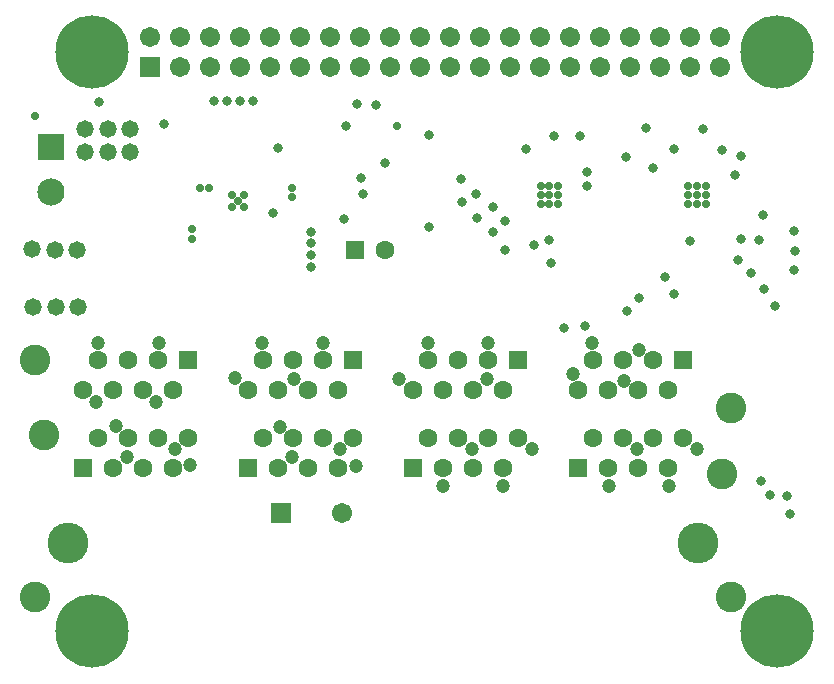
<source format=gbs>
G04*
G04 #@! TF.GenerationSoftware,Altium Limited,Altium Designer,19.1.8 (144)*
G04*
G04 Layer_Color=16711935*
%FSLAX25Y25*%
%MOIN*%
G70*
G01*
G75*
%ADD42C,0.04737*%
%ADD43C,0.06706*%
%ADD62R,0.09068X0.09068*%
%ADD63C,0.09068*%
%ADD65C,0.06312*%
%ADD66R,0.06312X0.06312*%
%ADD67C,0.10249*%
%ADD68C,0.13595*%
%ADD69R,0.06706X0.06706*%
%ADD70C,0.03162*%
%ADD71C,0.02769*%
%ADD72C,0.05800*%
%ADD110R,0.06706X0.06706*%
%ADD111C,0.24422*%
D42*
X211811Y107480D02*
D03*
X196063Y109843D02*
D03*
X206693Y97244D02*
D03*
X189764Y99606D02*
D03*
X161417Y109843D02*
D03*
X141339D02*
D03*
X161024Y97638D02*
D03*
X131890D02*
D03*
X106299Y109843D02*
D03*
X86221D02*
D03*
X96850Y97638D02*
D03*
X77165Y98032D02*
D03*
X37402Y82284D02*
D03*
X57087Y74410D02*
D03*
X92126Y81890D02*
D03*
X112205Y74410D02*
D03*
X155905D02*
D03*
X175984D02*
D03*
X211024D02*
D03*
X231102D02*
D03*
X201575Y62205D02*
D03*
X221654D02*
D03*
X166535D02*
D03*
X146457D02*
D03*
X117323Y68898D02*
D03*
X96063Y71653D02*
D03*
X40945D02*
D03*
X62205Y69291D02*
D03*
X31496Y109843D02*
D03*
X30709Y90158D02*
D03*
X50787D02*
D03*
X51575Y109843D02*
D03*
D43*
X112598Y53150D02*
D03*
X48701Y211693D02*
D03*
X58701Y201693D02*
D03*
Y211693D02*
D03*
X68701Y201693D02*
D03*
Y211693D02*
D03*
X78701Y201693D02*
D03*
Y211693D02*
D03*
X88701Y201693D02*
D03*
Y211693D02*
D03*
X98701Y201693D02*
D03*
Y211693D02*
D03*
X108701Y201693D02*
D03*
Y211693D02*
D03*
X118701Y201693D02*
D03*
Y211693D02*
D03*
X128701Y201693D02*
D03*
Y211693D02*
D03*
X138701Y201693D02*
D03*
Y211693D02*
D03*
X148701Y201693D02*
D03*
Y211693D02*
D03*
X158701Y201693D02*
D03*
Y211693D02*
D03*
X168701Y201693D02*
D03*
Y211693D02*
D03*
X178701Y201693D02*
D03*
Y211693D02*
D03*
X188701Y201693D02*
D03*
Y211693D02*
D03*
X198701Y201693D02*
D03*
Y211693D02*
D03*
X238701D02*
D03*
Y201693D02*
D03*
X228701Y211693D02*
D03*
Y201693D02*
D03*
X218701Y211693D02*
D03*
Y201693D02*
D03*
X208701Y211693D02*
D03*
Y201693D02*
D03*
D62*
X15748Y175236D02*
D03*
D63*
Y160236D02*
D03*
D65*
X206496Y78110D02*
D03*
X211496Y68110D02*
D03*
X216496Y78110D02*
D03*
X221496Y68110D02*
D03*
X226496Y78110D02*
D03*
X201496Y68110D02*
D03*
X196496Y78110D02*
D03*
X141496D02*
D03*
X146496Y68110D02*
D03*
X171496Y78110D02*
D03*
X166496Y68110D02*
D03*
X161496Y78110D02*
D03*
X156496Y68110D02*
D03*
X151496Y78110D02*
D03*
X31496D02*
D03*
X36496Y68110D02*
D03*
X61496Y78110D02*
D03*
X56496Y68110D02*
D03*
X51496Y78110D02*
D03*
X46496Y68110D02*
D03*
X41496Y78110D02*
D03*
X46496Y94095D02*
D03*
X41496Y104095D02*
D03*
X36496Y94095D02*
D03*
X31496Y104095D02*
D03*
X26496Y94095D02*
D03*
X51496Y104095D02*
D03*
X56496Y94095D02*
D03*
X156496D02*
D03*
X151496Y104095D02*
D03*
X146496Y94095D02*
D03*
X141496Y104095D02*
D03*
X136496Y94095D02*
D03*
X161496Y104095D02*
D03*
X166496Y94095D02*
D03*
X111496D02*
D03*
X106496Y104095D02*
D03*
X81496Y94095D02*
D03*
X86496Y104095D02*
D03*
X91496Y94095D02*
D03*
X96496Y104095D02*
D03*
X101496Y94095D02*
D03*
X221496D02*
D03*
X216496Y104095D02*
D03*
X191496Y94095D02*
D03*
X196496Y104095D02*
D03*
X201496Y94095D02*
D03*
X206496Y104095D02*
D03*
X211496Y94095D02*
D03*
X96496Y78110D02*
D03*
X101496Y68110D02*
D03*
X106496Y78110D02*
D03*
X111496Y68110D02*
D03*
X116496Y78110D02*
D03*
X91496Y68110D02*
D03*
X86496Y78110D02*
D03*
X127047Y140945D02*
D03*
D66*
X191496Y68110D02*
D03*
X136496D02*
D03*
X26496D02*
D03*
X61496Y104095D02*
D03*
X171496D02*
D03*
X116496D02*
D03*
X226496D02*
D03*
X81496Y68110D02*
D03*
X117047Y140945D02*
D03*
D67*
X242520Y88110D02*
D03*
X10472Y104134D02*
D03*
X239528Y66142D02*
D03*
X13465Y79134D02*
D03*
X10472Y25118D02*
D03*
X242520D02*
D03*
D68*
X21496Y43110D02*
D03*
X231496D02*
D03*
D69*
X48701Y201693D02*
D03*
D70*
X89764Y153150D02*
D03*
X193701Y115354D02*
D03*
X176772Y142520D02*
D03*
X207480Y171653D02*
D03*
X214173Y181496D02*
D03*
X192126Y178740D02*
D03*
X245669Y172047D02*
D03*
X216535Y168110D02*
D03*
X233071Y181102D02*
D03*
X223228Y174409D02*
D03*
X239370Y174016D02*
D03*
X117717Y189370D02*
D03*
X124016Y188976D02*
D03*
X194488Y166929D02*
D03*
X243701Y165748D02*
D03*
X228740Y143701D02*
D03*
X253150Y152362D02*
D03*
X263386Y147244D02*
D03*
X251575Y144095D02*
D03*
X263779Y140551D02*
D03*
X263386Y134252D02*
D03*
X245669Y144488D02*
D03*
X244882Y137402D02*
D03*
X249213Y133071D02*
D03*
X253543Y127953D02*
D03*
X257087Y122047D02*
D03*
X262205Y52756D02*
D03*
X261024Y58661D02*
D03*
X255512Y59055D02*
D03*
X252362Y63779D02*
D03*
X220472Y131890D02*
D03*
X223228Y125984D02*
D03*
X211811Y124803D02*
D03*
X207874Y120472D02*
D03*
X174016Y174409D02*
D03*
X183465Y178740D02*
D03*
X152362Y164567D02*
D03*
X186614Y114961D02*
D03*
X194488Y162205D02*
D03*
X182283Y136614D02*
D03*
X181890Y144095D02*
D03*
X166929Y150394D02*
D03*
Y140945D02*
D03*
X162992Y155118D02*
D03*
Y146850D02*
D03*
X157874Y151575D02*
D03*
X152756Y156693D02*
D03*
X157480Y159449D02*
D03*
X113386Y151181D02*
D03*
X141732Y148425D02*
D03*
X127165Y169685D02*
D03*
X119587Y159429D02*
D03*
X119193Y164941D02*
D03*
X141732Y179134D02*
D03*
X31890Y190158D02*
D03*
X114173Y182283D02*
D03*
X102362Y135098D02*
D03*
Y139035D02*
D03*
Y142972D02*
D03*
Y146909D02*
D03*
X53543Y182736D02*
D03*
X70079Y190610D02*
D03*
X74409D02*
D03*
X78740D02*
D03*
X83071D02*
D03*
X91339Y174862D02*
D03*
D71*
X131102Y182283D02*
D03*
X10532Y185433D02*
D03*
X96063Y158327D02*
D03*
Y161476D02*
D03*
X62598Y147697D02*
D03*
Y144547D02*
D03*
X65354Y161476D02*
D03*
X68504D02*
D03*
X234055Y156103D02*
D03*
X231102D02*
D03*
X228150D02*
D03*
X234055Y159055D02*
D03*
X231102D02*
D03*
X228150D02*
D03*
X234055Y162008D02*
D03*
X231102D02*
D03*
X228150D02*
D03*
X184843Y156102D02*
D03*
X181890D02*
D03*
X178937D02*
D03*
X184843Y159055D02*
D03*
X181890D02*
D03*
X178937D02*
D03*
X184843Y162008D02*
D03*
X181890D02*
D03*
X178937D02*
D03*
X77953Y157146D02*
D03*
X75984Y155177D02*
D03*
X79921D02*
D03*
Y159114D02*
D03*
X75984D02*
D03*
D72*
X24803Y121654D02*
D03*
X17323D02*
D03*
X24409Y140945D02*
D03*
X16929D02*
D03*
X42126Y173622D02*
D03*
Y181102D02*
D03*
X34646Y173622D02*
D03*
Y181102D02*
D03*
X27165Y173622D02*
D03*
Y181102D02*
D03*
X9449Y141004D02*
D03*
X9843Y121713D02*
D03*
D110*
X92520Y53150D02*
D03*
D111*
X257874Y13780D02*
D03*
X29528D02*
D03*
Y206693D02*
D03*
X257874D02*
D03*
M02*

</source>
